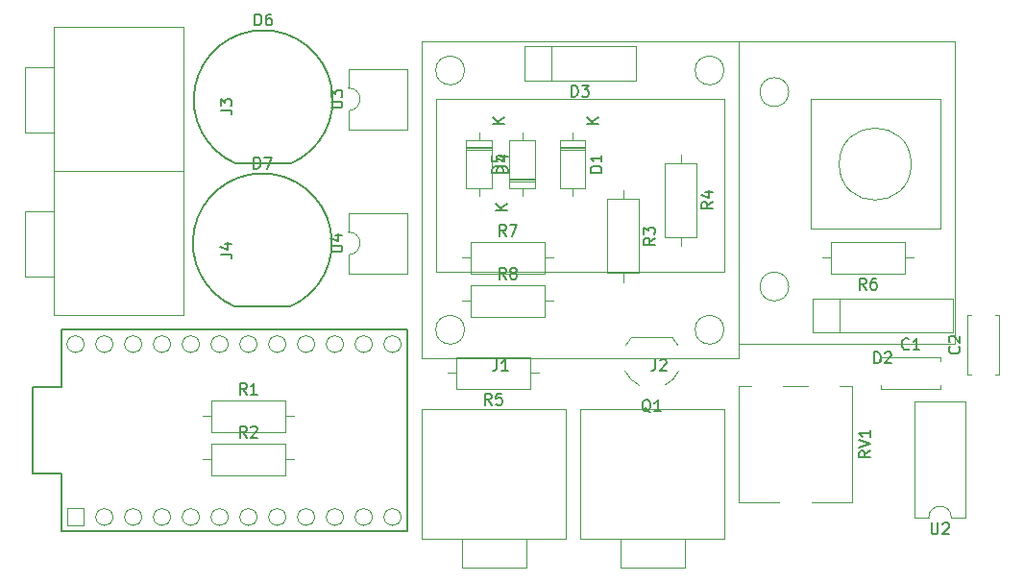
<source format=gto>
G04 #@! TF.GenerationSoftware,KiCad,Pcbnew,5.1.2-f72e74a~84~ubuntu18.04.1*
G04 #@! TF.CreationDate,2019-05-20T21:18:26+03:00*
G04 #@! TF.ProjectId,manipulyator-v3 (2),6d616e69-7075-46c7-9961-746f722d7633,rev?*
G04 #@! TF.SameCoordinates,Original*
G04 #@! TF.FileFunction,Legend,Top*
G04 #@! TF.FilePolarity,Positive*
%FSLAX45Y45*%
G04 Gerber Fmt 4.5, Leading zero omitted, Abs format (unit mm)*
G04 Created by KiCad (PCBNEW 5.1.2-f72e74a~84~ubuntu18.04.1) date 2019-05-20 21:18:26*
%MOMM*%
%LPD*%
G04 APERTURE LIST*
%ADD10C,0.120000*%
%ADD11C,0.150000*%
%ADD12C,0.100000*%
G04 APERTURE END LIST*
D10*
X6811500Y2245500D02*
X8047500Y2245500D01*
X8047500Y2245500D02*
X8047500Y1945500D01*
X8047500Y1945500D02*
X6811500Y1945500D01*
X6811500Y1945500D02*
X6811500Y2245500D01*
X7048500Y2245500D02*
X7048500Y1945500D01*
X6159500Y1841500D02*
X6159500Y4508500D01*
X6159500Y4508500D02*
X8064500Y4508500D01*
X8064500Y4508500D02*
X8064500Y1841500D01*
X8064500Y1841500D02*
X6159500Y1841500D01*
X6794500Y4000500D02*
X7937500Y4000500D01*
X7937500Y4000500D02*
X7937500Y2857500D01*
X7937500Y2857500D02*
X6794500Y2857500D01*
X6794500Y2857500D02*
X6794500Y4000500D01*
X7683500Y3429000D02*
G75*
G03X7683500Y3429000I-317500J0D01*
G01*
X6604000Y2349500D02*
G75*
G03X6604000Y2349500I-127000J0D01*
G01*
X6604000Y4064000D02*
G75*
G03X6604000Y4064000I-127000J0D01*
G01*
D11*
X190500Y190500D02*
X3238500Y190500D01*
X190500Y190500D02*
X190500Y698500D01*
X190500Y698500D02*
X-63500Y698500D01*
X-63500Y698500D02*
X-63500Y1460500D01*
X-63500Y1460500D02*
X190500Y1460500D01*
X190500Y1460500D02*
X190500Y1968500D01*
X190500Y1968500D02*
X3238500Y1968500D01*
X3238500Y1968500D02*
X3238500Y190500D01*
D10*
X2724500Y2995500D02*
X2724500Y2830500D01*
X3244500Y2995500D02*
X2724500Y2995500D01*
X3244500Y2465500D02*
X3244500Y2995500D01*
X2724500Y2465500D02*
X3244500Y2465500D01*
X2724500Y2630500D02*
X2724500Y2465500D01*
X2724500Y2830500D02*
G75*
G02X2724500Y2630500I0J-100000D01*
G01*
X2724500Y4265500D02*
X2724500Y4100500D01*
X3244500Y4265500D02*
X2724500Y4265500D01*
X3244500Y3735500D02*
X3244500Y4265500D01*
X2724500Y3735500D02*
X3244500Y3735500D01*
X2724500Y3900500D02*
X2724500Y3735500D01*
X2724500Y4100500D02*
G75*
G02X2724500Y3900500I0J-100000D01*
G01*
X4531500Y2222500D02*
X4454500Y2222500D01*
X3723500Y2222500D02*
X3800500Y2222500D01*
X4454500Y2359500D02*
X3800500Y2359500D01*
X4454500Y2085500D02*
X4454500Y2359500D01*
X3800500Y2085500D02*
X4454500Y2085500D01*
X3800500Y2359500D02*
X3800500Y2085500D01*
X4531500Y2603500D02*
X4454500Y2603500D01*
X3723500Y2603500D02*
X3800500Y2603500D01*
X4454500Y2740500D02*
X3800500Y2740500D01*
X4454500Y2466500D02*
X4454500Y2740500D01*
X3800500Y2466500D02*
X4454500Y2466500D01*
X3800500Y2740500D02*
X3800500Y2466500D01*
X127000Y2438400D02*
X-127000Y2438400D01*
X127000Y3009900D02*
X127000Y2438400D01*
X-127000Y3009900D02*
X127000Y3009900D01*
X-127000Y2438400D02*
X-127000Y3009900D01*
X127000Y3365500D02*
X127000Y2095500D01*
X1270000Y3365500D02*
X127000Y3365500D01*
X1270000Y2095500D02*
X1270000Y3365500D01*
X127000Y2095500D02*
X1270000Y2095500D01*
X127000Y3708400D02*
X-127000Y3708400D01*
X127000Y4279900D02*
X127000Y3708400D01*
X-127000Y4279900D02*
X127000Y4279900D01*
X-127000Y3708400D02*
X-127000Y4279900D01*
X127000Y4635500D02*
X127000Y3365500D01*
X1270000Y4635500D02*
X127000Y4635500D01*
X1270000Y3365500D02*
X1270000Y4635500D01*
X127000Y3365500D02*
X1270000Y3365500D01*
X5689600Y127000D02*
X5689600Y-127000D01*
X5118100Y127000D02*
X5689600Y127000D01*
X5118100Y-127000D02*
X5118100Y127000D01*
X5689600Y-127000D02*
X5118100Y-127000D01*
X4762500Y127000D02*
X6032500Y127000D01*
X4762500Y1270000D02*
X4762500Y127000D01*
X6032500Y1270000D02*
X4762500Y1270000D01*
X6032500Y127000D02*
X6032500Y1270000D01*
D11*
X2204184Y2170791D02*
G75*
G03X1725500Y2170500I-239684J563710D01*
G01*
X2203500Y2170500D02*
X1725500Y2170500D01*
X2212184Y3432790D02*
G75*
G03X1733500Y3432500I-239684J563710D01*
G01*
X2211500Y3432500D02*
X1733500Y3432500D01*
D10*
X4635500Y127000D02*
X4635500Y1270000D01*
X4635500Y1270000D02*
X3365500Y1270000D01*
X3365500Y1270000D02*
X3365500Y127000D01*
X3365500Y127000D02*
X4635500Y127000D01*
X4292600Y-127000D02*
X3721100Y-127000D01*
X3721100Y-127000D02*
X3721100Y127000D01*
X3721100Y127000D02*
X4292600Y127000D01*
X4292600Y127000D02*
X4292600Y-127000D01*
X6521000Y448500D02*
X6161500Y448500D01*
X7165600Y448500D02*
X6806000Y448500D01*
X6271000Y1472500D02*
X6161500Y1472500D01*
X6770900Y1472500D02*
X6556000Y1472500D01*
X7165600Y1472500D02*
X7056100Y1472500D01*
X6161500Y1472500D02*
X6161500Y448500D01*
X7165600Y1472500D02*
X7165600Y448500D01*
X2245500Y1206500D02*
X2168500Y1206500D01*
X1437500Y1206500D02*
X1514500Y1206500D01*
X2168500Y1343500D02*
X1514500Y1343500D01*
X2168500Y1069500D02*
X2168500Y1343500D01*
X1514500Y1069500D02*
X2168500Y1069500D01*
X1514500Y1343500D02*
X1514500Y1069500D01*
X4811000Y3641000D02*
X4587000Y3641000D01*
X4587000Y3641000D02*
X4587000Y3217000D01*
X4587000Y3217000D02*
X4811000Y3217000D01*
X4811000Y3217000D02*
X4811000Y3641000D01*
X4699000Y3706000D02*
X4699000Y3641000D01*
X4699000Y3152000D02*
X4699000Y3217000D01*
X4811000Y3569000D02*
X4587000Y3569000D01*
X4811000Y3557000D02*
X4587000Y3557000D01*
X4811000Y3581000D02*
X4587000Y3581000D01*
X4271500Y4468000D02*
X5253500Y4468000D01*
X5253500Y4468000D02*
X5253500Y4168000D01*
X5253500Y4168000D02*
X4271500Y4168000D01*
X4271500Y4168000D02*
X4271500Y4468000D01*
X4508500Y4468000D02*
X4508500Y4168000D01*
X3365500Y1714500D02*
X6159500Y1714500D01*
X6159500Y1714500D02*
X6159500Y4508500D01*
X6159500Y4508500D02*
X3365500Y4508500D01*
X3365500Y4508500D02*
X3365500Y1714500D01*
X6032500Y1968500D02*
G75*
G03X6032500Y1968500I-127000J0D01*
G01*
X6032500Y4254500D02*
G75*
G03X6032500Y4254500I-127000J0D01*
G01*
X3746500Y4254500D02*
G75*
G03X3746500Y4254500I-127000J0D01*
G01*
X3746500Y1968500D02*
G75*
G03X3746500Y1968500I-127000J0D01*
G01*
X3492500Y4000500D02*
X6032500Y4000500D01*
X6032500Y4000500D02*
X6032500Y2476500D01*
X6032500Y2476500D02*
X3492500Y2476500D01*
X3492500Y2476500D02*
X3492500Y4000500D01*
X7941500Y1482000D02*
X7941500Y1450500D01*
X7941500Y1724500D02*
X7941500Y1693000D01*
X7417500Y1482000D02*
X7417500Y1450500D01*
X7417500Y1724500D02*
X7417500Y1693000D01*
X7417500Y1450500D02*
X7941500Y1450500D01*
X7417500Y1724500D02*
X7941500Y1724500D01*
X8181500Y1575500D02*
X8181500Y2099500D01*
X8455500Y1575500D02*
X8455500Y2099500D01*
X8181500Y1575500D02*
X8213000Y1575500D01*
X8424000Y1575500D02*
X8455500Y1575500D01*
X8181500Y2099500D02*
X8213000Y2099500D01*
X8424000Y2099500D02*
X8455500Y2099500D01*
X3985500Y3641000D02*
X3761500Y3641000D01*
X3761500Y3641000D02*
X3761500Y3217000D01*
X3761500Y3217000D02*
X3985500Y3217000D01*
X3985500Y3217000D02*
X3985500Y3641000D01*
X3873500Y3706000D02*
X3873500Y3641000D01*
X3873500Y3152000D02*
X3873500Y3217000D01*
X3985500Y3569000D02*
X3761500Y3569000D01*
X3985500Y3557000D02*
X3761500Y3557000D01*
X3985500Y3581000D02*
X3761500Y3581000D01*
X4142500Y3277000D02*
X4366500Y3277000D01*
X4142500Y3301000D02*
X4366500Y3301000D01*
X4142500Y3289000D02*
X4366500Y3289000D01*
X4254500Y3706000D02*
X4254500Y3641000D01*
X4254500Y3152000D02*
X4254500Y3217000D01*
X4142500Y3641000D02*
X4142500Y3217000D01*
X4366500Y3641000D02*
X4142500Y3641000D01*
X4366500Y3217000D02*
X4366500Y3641000D01*
X4142500Y3217000D02*
X4366500Y3217000D01*
X5577500Y1899500D02*
X5217500Y1899500D01*
X5629918Y1826779D02*
G75*
G03X5577500Y1899500I-232418J-112280D01*
G01*
X5634220Y1604116D02*
G75*
G02X5511500Y1479500I-236720J110384D01*
G01*
X5161954Y1604663D02*
G75*
G03X5286500Y1479500I235546J109837D01*
G01*
X5165082Y1826779D02*
G75*
G02X5217500Y1899500I232418J-112280D01*
G01*
X2245500Y825500D02*
X2168500Y825500D01*
X1437500Y825500D02*
X1514500Y825500D01*
X2168500Y962500D02*
X1514500Y962500D01*
X2168500Y688500D02*
X2168500Y962500D01*
X1514500Y688500D02*
X2168500Y688500D01*
X1514500Y962500D02*
X1514500Y688500D01*
X5280500Y3121000D02*
X5006500Y3121000D01*
X5006500Y3121000D02*
X5006500Y2467000D01*
X5006500Y2467000D02*
X5280500Y2467000D01*
X5280500Y2467000D02*
X5280500Y3121000D01*
X5143500Y3198000D02*
X5143500Y3121000D01*
X5143500Y2390000D02*
X5143500Y2467000D01*
X5651500Y2707500D02*
X5651500Y2784500D01*
X5651500Y3515500D02*
X5651500Y3438500D01*
X5788500Y2784500D02*
X5788500Y3438500D01*
X5514500Y2784500D02*
X5788500Y2784500D01*
X5514500Y3438500D02*
X5514500Y2784500D01*
X5788500Y3438500D02*
X5514500Y3438500D01*
X4327500Y1450500D02*
X4327500Y1724500D01*
X4327500Y1724500D02*
X3673500Y1724500D01*
X3673500Y1724500D02*
X3673500Y1450500D01*
X3673500Y1450500D02*
X4327500Y1450500D01*
X4404500Y1587500D02*
X4327500Y1587500D01*
X3596500Y1587500D02*
X3673500Y1587500D01*
X7629500Y2466500D02*
X7629500Y2740500D01*
X7629500Y2740500D02*
X6975500Y2740500D01*
X6975500Y2740500D02*
X6975500Y2466500D01*
X6975500Y2466500D02*
X7629500Y2466500D01*
X7706500Y2603500D02*
X7629500Y2603500D01*
X6898500Y2603500D02*
X6975500Y2603500D01*
X7837500Y311500D02*
G75*
G02X8037500Y311500I100000J0D01*
G01*
X8037500Y311500D02*
X8162500Y311500D01*
X8162500Y311500D02*
X8162500Y1339500D01*
X8162500Y1339500D02*
X7712500Y1339500D01*
X7712500Y1339500D02*
X7712500Y311500D01*
X7712500Y311500D02*
X7837500Y311500D01*
D12*
X242500Y392500D02*
X242500Y242500D01*
X392500Y242500D01*
X392500Y392500D01*
X242500Y392500D01*
X646500Y317500D02*
G75*
G03X646500Y317500I-75000J0D01*
G01*
X900500Y317500D02*
G75*
G03X900500Y317500I-75000J0D01*
G01*
X1154500Y317500D02*
G75*
G03X1154500Y317500I-75000J0D01*
G01*
X1408500Y317500D02*
G75*
G03X1408500Y317500I-75000J0D01*
G01*
X1662500Y317500D02*
G75*
G03X1662500Y317500I-75000J0D01*
G01*
X1916500Y317500D02*
G75*
G03X1916500Y317500I-75000J0D01*
G01*
X2170500Y317500D02*
G75*
G03X2170500Y317500I-75000J0D01*
G01*
X2424500Y317500D02*
G75*
G03X2424500Y317500I-75000J0D01*
G01*
X2678500Y317500D02*
G75*
G03X2678500Y317500I-75000J0D01*
G01*
X2932500Y317500D02*
G75*
G03X2932500Y317500I-75000J0D01*
G01*
X3186500Y317500D02*
G75*
G03X3186500Y317500I-75000J0D01*
G01*
X3186500Y1841500D02*
G75*
G03X3186500Y1841500I-75000J0D01*
G01*
X2932500Y1841500D02*
G75*
G03X2932500Y1841500I-75000J0D01*
G01*
X2678500Y1841500D02*
G75*
G03X2678500Y1841500I-75000J0D01*
G01*
X2424500Y1841500D02*
G75*
G03X2424500Y1841500I-75000J0D01*
G01*
X2170500Y1841500D02*
G75*
G03X2170500Y1841500I-75000J0D01*
G01*
X1916500Y1841500D02*
G75*
G03X1916500Y1841500I-75000J0D01*
G01*
X1662500Y1841500D02*
G75*
G03X1662500Y1841500I-75000J0D01*
G01*
X1408500Y1841500D02*
G75*
G03X1408500Y1841500I-75000J0D01*
G01*
X1154500Y1841500D02*
G75*
G03X1154500Y1841500I-75000J0D01*
G01*
X900500Y1841500D02*
G75*
G03X900500Y1841500I-75000J0D01*
G01*
X646500Y1841500D02*
G75*
G03X646500Y1841500I-75000J0D01*
G01*
X392500Y1841500D02*
G75*
G03X392500Y1841500I-75000J0D01*
G01*
D11*
X7355690Y1673262D02*
X7355690Y1773262D01*
X7379500Y1773262D01*
X7393786Y1768500D01*
X7403309Y1758976D01*
X7408071Y1749452D01*
X7412833Y1730405D01*
X7412833Y1716119D01*
X7408071Y1697071D01*
X7403309Y1687548D01*
X7393786Y1678024D01*
X7379500Y1673262D01*
X7355690Y1673262D01*
X7450928Y1763738D02*
X7455690Y1768500D01*
X7465214Y1773262D01*
X7489024Y1773262D01*
X7498548Y1768500D01*
X7503309Y1763738D01*
X7508071Y1754214D01*
X7508071Y1744690D01*
X7503309Y1730405D01*
X7446167Y1673262D01*
X7508071Y1673262D01*
X2569738Y2654310D02*
X2650690Y2654310D01*
X2660214Y2659071D01*
X2664976Y2663833D01*
X2669738Y2673357D01*
X2669738Y2692405D01*
X2664976Y2701929D01*
X2660214Y2706690D01*
X2650690Y2711452D01*
X2569738Y2711452D01*
X2603071Y2801928D02*
X2669738Y2801928D01*
X2564976Y2778119D02*
X2636405Y2754310D01*
X2636405Y2816214D01*
X2569738Y3924309D02*
X2650690Y3924309D01*
X2660214Y3929071D01*
X2664976Y3933833D01*
X2669738Y3943357D01*
X2669738Y3962405D01*
X2664976Y3971928D01*
X2660214Y3976690D01*
X2650690Y3981452D01*
X2569738Y3981452D01*
X2569738Y4019548D02*
X2569738Y4081452D01*
X2607833Y4048119D01*
X2607833Y4062405D01*
X2612595Y4071928D01*
X2617357Y4076690D01*
X2626881Y4081452D01*
X2650690Y4081452D01*
X2660214Y4076690D01*
X2664976Y4071928D01*
X2669738Y4062405D01*
X2669738Y4033833D01*
X2664976Y4024309D01*
X2660214Y4019548D01*
X4110833Y2414262D02*
X4077500Y2461881D01*
X4053690Y2414262D02*
X4053690Y2514262D01*
X4091786Y2514262D01*
X4101309Y2509500D01*
X4106071Y2504738D01*
X4110833Y2495214D01*
X4110833Y2480929D01*
X4106071Y2471405D01*
X4101309Y2466643D01*
X4091786Y2461881D01*
X4053690Y2461881D01*
X4167976Y2471405D02*
X4158452Y2476167D01*
X4153690Y2480929D01*
X4148928Y2490452D01*
X4148928Y2495214D01*
X4153690Y2504738D01*
X4158452Y2509500D01*
X4167976Y2514262D01*
X4187024Y2514262D01*
X4196548Y2509500D01*
X4201310Y2504738D01*
X4206071Y2495214D01*
X4206071Y2490452D01*
X4201310Y2480929D01*
X4196548Y2476167D01*
X4187024Y2471405D01*
X4167976Y2471405D01*
X4158452Y2466643D01*
X4153690Y2461881D01*
X4148928Y2452357D01*
X4148928Y2433310D01*
X4153690Y2423786D01*
X4158452Y2419024D01*
X4167976Y2414262D01*
X4187024Y2414262D01*
X4196548Y2419024D01*
X4201310Y2423786D01*
X4206071Y2433310D01*
X4206071Y2452357D01*
X4201310Y2461881D01*
X4196548Y2466643D01*
X4187024Y2471405D01*
X4110833Y2795262D02*
X4077500Y2842881D01*
X4053690Y2795262D02*
X4053690Y2895262D01*
X4091786Y2895262D01*
X4101309Y2890500D01*
X4106071Y2885738D01*
X4110833Y2876214D01*
X4110833Y2861928D01*
X4106071Y2852405D01*
X4101309Y2847643D01*
X4091786Y2842881D01*
X4053690Y2842881D01*
X4144167Y2895262D02*
X4210833Y2895262D01*
X4167976Y2795262D01*
X1596238Y2633667D02*
X1667667Y2633667D01*
X1681952Y2628905D01*
X1691476Y2619381D01*
X1696238Y2605095D01*
X1696238Y2595571D01*
X1629571Y2724143D02*
X1696238Y2724143D01*
X1591476Y2700333D02*
X1662905Y2676524D01*
X1662905Y2738429D01*
X1596238Y3903667D02*
X1667667Y3903667D01*
X1681952Y3898905D01*
X1691476Y3889381D01*
X1696238Y3875095D01*
X1696238Y3865571D01*
X1596238Y3941762D02*
X1596238Y4003667D01*
X1634333Y3970333D01*
X1634333Y3984619D01*
X1639095Y3994143D01*
X1643857Y3998905D01*
X1653381Y4003667D01*
X1677190Y4003667D01*
X1686714Y3998905D01*
X1691476Y3994143D01*
X1696238Y3984619D01*
X1696238Y3956048D01*
X1691476Y3946524D01*
X1686714Y3941762D01*
X5427667Y1705762D02*
X5427667Y1634333D01*
X5422905Y1620048D01*
X5413381Y1610524D01*
X5399095Y1605762D01*
X5389571Y1605762D01*
X5470524Y1696238D02*
X5475286Y1701000D01*
X5484810Y1705762D01*
X5508619Y1705762D01*
X5518143Y1701000D01*
X5522905Y1696238D01*
X5527667Y1686714D01*
X5527667Y1677190D01*
X5522905Y1662905D01*
X5465762Y1605762D01*
X5527667Y1605762D01*
X1890690Y3389262D02*
X1890690Y3489262D01*
X1914500Y3489262D01*
X1928786Y3484500D01*
X1938309Y3474976D01*
X1943071Y3465452D01*
X1947833Y3446405D01*
X1947833Y3432119D01*
X1943071Y3413071D01*
X1938309Y3403548D01*
X1928786Y3394024D01*
X1914500Y3389262D01*
X1890690Y3389262D01*
X1981167Y3489262D02*
X2047833Y3489262D01*
X2004976Y3389262D01*
X1898690Y4651262D02*
X1898690Y4751262D01*
X1922500Y4751262D01*
X1936786Y4746500D01*
X1946309Y4736976D01*
X1951071Y4727452D01*
X1955833Y4708405D01*
X1955833Y4694119D01*
X1951071Y4675071D01*
X1946309Y4665548D01*
X1936786Y4656024D01*
X1922500Y4651262D01*
X1898690Y4651262D01*
X2041548Y4751262D02*
X2022500Y4751262D01*
X2012976Y4746500D01*
X2008214Y4741738D01*
X1998690Y4727452D01*
X1993928Y4708405D01*
X1993928Y4670310D01*
X1998690Y4660786D01*
X2003452Y4656024D01*
X2012976Y4651262D01*
X2032024Y4651262D01*
X2041548Y4656024D01*
X2046309Y4660786D01*
X2051071Y4670310D01*
X2051071Y4694119D01*
X2046309Y4703643D01*
X2041548Y4708405D01*
X2032024Y4713167D01*
X2012976Y4713167D01*
X2003452Y4708405D01*
X1998690Y4703643D01*
X1993928Y4694119D01*
X4030667Y1705762D02*
X4030667Y1634333D01*
X4025905Y1620048D01*
X4016381Y1610524D01*
X4002095Y1605762D01*
X3992571Y1605762D01*
X4130667Y1605762D02*
X4073524Y1605762D01*
X4102095Y1605762D02*
X4102095Y1705762D01*
X4092571Y1691476D01*
X4083048Y1681952D01*
X4073524Y1677190D01*
X7323738Y900976D02*
X7276119Y867643D01*
X7323738Y843833D02*
X7223738Y843833D01*
X7223738Y881928D01*
X7228500Y891452D01*
X7233262Y896214D01*
X7242786Y900976D01*
X7257071Y900976D01*
X7266595Y896214D01*
X7271357Y891452D01*
X7276119Y881928D01*
X7276119Y843833D01*
X7223738Y929548D02*
X7323738Y962881D01*
X7223738Y996214D01*
X7323738Y1081929D02*
X7323738Y1024786D01*
X7323738Y1053357D02*
X7223738Y1053357D01*
X7238024Y1043833D01*
X7247548Y1034309D01*
X7252309Y1024786D01*
X1824833Y1398262D02*
X1791500Y1445881D01*
X1767690Y1398262D02*
X1767690Y1498262D01*
X1805786Y1498262D01*
X1815309Y1493500D01*
X1820071Y1488738D01*
X1824833Y1479214D01*
X1824833Y1464928D01*
X1820071Y1455405D01*
X1815309Y1450643D01*
X1805786Y1445881D01*
X1767690Y1445881D01*
X1920071Y1398262D02*
X1862928Y1398262D01*
X1891500Y1398262D02*
X1891500Y1498262D01*
X1881976Y1483976D01*
X1872452Y1474452D01*
X1862928Y1469690D01*
X4956238Y3355190D02*
X4856238Y3355190D01*
X4856238Y3379000D01*
X4861000Y3393286D01*
X4870524Y3402809D01*
X4880048Y3407571D01*
X4899095Y3412333D01*
X4913381Y3412333D01*
X4932429Y3407571D01*
X4941952Y3402809D01*
X4951476Y3393286D01*
X4956238Y3379000D01*
X4956238Y3355190D01*
X4956238Y3507571D02*
X4956238Y3450428D01*
X4956238Y3479000D02*
X4856238Y3479000D01*
X4870524Y3469476D01*
X4880048Y3459952D01*
X4884810Y3450428D01*
X4924238Y3783809D02*
X4824238Y3783809D01*
X4924238Y3840952D02*
X4867095Y3798095D01*
X4824238Y3840952D02*
X4881381Y3783809D01*
X4688690Y4022762D02*
X4688690Y4122762D01*
X4712500Y4122762D01*
X4726786Y4118000D01*
X4736310Y4108476D01*
X4741071Y4098952D01*
X4745833Y4079905D01*
X4745833Y4065619D01*
X4741071Y4046571D01*
X4736310Y4037048D01*
X4726786Y4027524D01*
X4712500Y4022762D01*
X4688690Y4022762D01*
X4779167Y4122762D02*
X4841071Y4122762D01*
X4807738Y4084667D01*
X4822024Y4084667D01*
X4831548Y4079905D01*
X4836310Y4075143D01*
X4841071Y4065619D01*
X4841071Y4041809D01*
X4836310Y4032286D01*
X4831548Y4027524D01*
X4822024Y4022762D01*
X4793452Y4022762D01*
X4783929Y4027524D01*
X4779167Y4032286D01*
X7662833Y1801786D02*
X7658071Y1797024D01*
X7643786Y1792262D01*
X7634262Y1792262D01*
X7619976Y1797024D01*
X7610452Y1806548D01*
X7605690Y1816071D01*
X7600928Y1835119D01*
X7600928Y1849405D01*
X7605690Y1868452D01*
X7610452Y1877976D01*
X7619976Y1887500D01*
X7634262Y1892262D01*
X7643786Y1892262D01*
X7658071Y1887500D01*
X7662833Y1882738D01*
X7758071Y1792262D02*
X7700928Y1792262D01*
X7729500Y1792262D02*
X7729500Y1892262D01*
X7719976Y1877976D01*
X7710452Y1868452D01*
X7700928Y1863690D01*
X8104214Y1820833D02*
X8108976Y1816071D01*
X8113738Y1801786D01*
X8113738Y1792262D01*
X8108976Y1777976D01*
X8099452Y1768452D01*
X8089928Y1763690D01*
X8070881Y1758928D01*
X8056595Y1758928D01*
X8037548Y1763690D01*
X8028024Y1768452D01*
X8018500Y1777976D01*
X8013738Y1792262D01*
X8013738Y1801786D01*
X8018500Y1816071D01*
X8023262Y1820833D01*
X8023262Y1858928D02*
X8018500Y1863690D01*
X8013738Y1873214D01*
X8013738Y1897024D01*
X8018500Y1906548D01*
X8023262Y1911309D01*
X8032786Y1916071D01*
X8042309Y1916071D01*
X8056595Y1911309D01*
X8113738Y1854167D01*
X8113738Y1916071D01*
X4130738Y3355190D02*
X4030738Y3355190D01*
X4030738Y3379000D01*
X4035500Y3393286D01*
X4045024Y3402809D01*
X4054548Y3407571D01*
X4073595Y3412333D01*
X4087881Y3412333D01*
X4106928Y3407571D01*
X4116452Y3402809D01*
X4125976Y3393286D01*
X4130738Y3379000D01*
X4130738Y3355190D01*
X4064071Y3498048D02*
X4130738Y3498048D01*
X4025976Y3474238D02*
X4097405Y3450428D01*
X4097405Y3512333D01*
X4098738Y3783809D02*
X3998738Y3783809D01*
X4098738Y3840952D02*
X4041595Y3798095D01*
X3998738Y3840952D02*
X4055881Y3783809D01*
X4087738Y3355190D02*
X3987738Y3355190D01*
X3987738Y3379000D01*
X3992500Y3393286D01*
X4002024Y3402809D01*
X4011548Y3407571D01*
X4030595Y3412333D01*
X4044881Y3412333D01*
X4063928Y3407571D01*
X4073452Y3402809D01*
X4082976Y3393286D01*
X4087738Y3379000D01*
X4087738Y3355190D01*
X3987738Y3502809D02*
X3987738Y3455190D01*
X4035357Y3450428D01*
X4030595Y3455190D01*
X4025833Y3464714D01*
X4025833Y3488524D01*
X4030595Y3498048D01*
X4035357Y3502809D01*
X4044881Y3507571D01*
X4068690Y3507571D01*
X4078214Y3502809D01*
X4082976Y3498048D01*
X4087738Y3488524D01*
X4087738Y3464714D01*
X4082976Y3455190D01*
X4078214Y3450428D01*
X4119738Y3021809D02*
X4019738Y3021809D01*
X4119738Y3078952D02*
X4062595Y3036095D01*
X4019738Y3078952D02*
X4076881Y3021809D01*
X5386976Y1240738D02*
X5377452Y1245500D01*
X5367929Y1255024D01*
X5353643Y1269310D01*
X5344119Y1274071D01*
X5334595Y1274071D01*
X5339357Y1250262D02*
X5329833Y1255024D01*
X5320310Y1264548D01*
X5315548Y1283595D01*
X5315548Y1316929D01*
X5320310Y1335976D01*
X5329833Y1345500D01*
X5339357Y1350262D01*
X5358405Y1350262D01*
X5367929Y1345500D01*
X5377452Y1335976D01*
X5382214Y1316929D01*
X5382214Y1283595D01*
X5377452Y1264548D01*
X5367929Y1255024D01*
X5358405Y1250262D01*
X5339357Y1250262D01*
X5477452Y1250262D02*
X5420310Y1250262D01*
X5448881Y1250262D02*
X5448881Y1350262D01*
X5439357Y1335976D01*
X5429833Y1326452D01*
X5420310Y1321690D01*
X1824833Y1017262D02*
X1791500Y1064881D01*
X1767690Y1017262D02*
X1767690Y1117262D01*
X1805786Y1117262D01*
X1815309Y1112500D01*
X1820071Y1107738D01*
X1824833Y1098214D01*
X1824833Y1083929D01*
X1820071Y1074405D01*
X1815309Y1069643D01*
X1805786Y1064881D01*
X1767690Y1064881D01*
X1862928Y1107738D02*
X1867690Y1112500D01*
X1877214Y1117262D01*
X1901024Y1117262D01*
X1910548Y1112500D01*
X1915309Y1107738D01*
X1920071Y1098214D01*
X1920071Y1088690D01*
X1915309Y1074405D01*
X1858167Y1017262D01*
X1920071Y1017262D01*
X5425738Y2777333D02*
X5378119Y2744000D01*
X5425738Y2720190D02*
X5325738Y2720190D01*
X5325738Y2758286D01*
X5330500Y2767810D01*
X5335262Y2772571D01*
X5344786Y2777333D01*
X5359071Y2777333D01*
X5368595Y2772571D01*
X5373357Y2767810D01*
X5378119Y2758286D01*
X5378119Y2720190D01*
X5325738Y2810667D02*
X5325738Y2872571D01*
X5363833Y2839238D01*
X5363833Y2853524D01*
X5368595Y2863048D01*
X5373357Y2867809D01*
X5382881Y2872571D01*
X5406690Y2872571D01*
X5416214Y2867809D01*
X5420976Y2863048D01*
X5425738Y2853524D01*
X5425738Y2824952D01*
X5420976Y2815428D01*
X5416214Y2810667D01*
X5933738Y3094833D02*
X5886119Y3061500D01*
X5933738Y3037690D02*
X5833738Y3037690D01*
X5833738Y3075786D01*
X5838500Y3085309D01*
X5843262Y3090071D01*
X5852786Y3094833D01*
X5867071Y3094833D01*
X5876595Y3090071D01*
X5881357Y3085309D01*
X5886119Y3075786D01*
X5886119Y3037690D01*
X5867071Y3180548D02*
X5933738Y3180548D01*
X5828976Y3156738D02*
X5900405Y3132928D01*
X5900405Y3194833D01*
X3983833Y1305262D02*
X3950500Y1352881D01*
X3926690Y1305262D02*
X3926690Y1405262D01*
X3964786Y1405262D01*
X3974309Y1400500D01*
X3979071Y1395738D01*
X3983833Y1386214D01*
X3983833Y1371929D01*
X3979071Y1362405D01*
X3974309Y1357643D01*
X3964786Y1352881D01*
X3926690Y1352881D01*
X4074309Y1405262D02*
X4026690Y1405262D01*
X4021928Y1357643D01*
X4026690Y1362405D01*
X4036214Y1367167D01*
X4060024Y1367167D01*
X4069548Y1362405D01*
X4074309Y1357643D01*
X4079071Y1348119D01*
X4079071Y1324310D01*
X4074309Y1314786D01*
X4069548Y1310024D01*
X4060024Y1305262D01*
X4036214Y1305262D01*
X4026690Y1310024D01*
X4021928Y1314786D01*
X7285833Y2321262D02*
X7252500Y2368881D01*
X7228690Y2321262D02*
X7228690Y2421262D01*
X7266786Y2421262D01*
X7276309Y2416500D01*
X7281071Y2411738D01*
X7285833Y2402214D01*
X7285833Y2387929D01*
X7281071Y2378405D01*
X7276309Y2373643D01*
X7266786Y2368881D01*
X7228690Y2368881D01*
X7371548Y2421262D02*
X7352500Y2421262D01*
X7342976Y2416500D01*
X7338214Y2411738D01*
X7328690Y2397452D01*
X7323928Y2378405D01*
X7323928Y2340310D01*
X7328690Y2330786D01*
X7333452Y2326024D01*
X7342976Y2321262D01*
X7362024Y2321262D01*
X7371548Y2326024D01*
X7376309Y2330786D01*
X7381071Y2340310D01*
X7381071Y2364119D01*
X7376309Y2373643D01*
X7371548Y2378405D01*
X7362024Y2383167D01*
X7342976Y2383167D01*
X7333452Y2378405D01*
X7328690Y2373643D01*
X7323928Y2364119D01*
X7861309Y266262D02*
X7861309Y185309D01*
X7866071Y175786D01*
X7870833Y171024D01*
X7880357Y166262D01*
X7899405Y166262D01*
X7908928Y171024D01*
X7913690Y175786D01*
X7918452Y185309D01*
X7918452Y266262D01*
X7961309Y256738D02*
X7966071Y261500D01*
X7975595Y266262D01*
X7999405Y266262D01*
X8008928Y261500D01*
X8013690Y256738D01*
X8018452Y247214D01*
X8018452Y237690D01*
X8013690Y223405D01*
X7956548Y166262D01*
X8018452Y166262D01*
M02*

</source>
